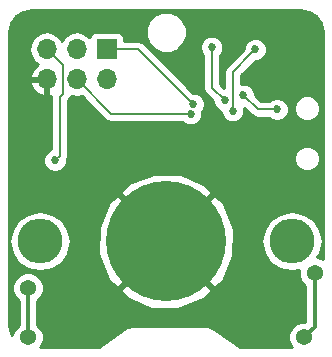
<source format=gbl>
G04 #@! TF.FileFunction,Copper,L2,Bot,Signal*
%FSLAX46Y46*%
G04 Gerber Fmt 4.6, Leading zero omitted, Abs format (unit mm)*
G04 Created by KiCad (PCBNEW 4.0.7) date 08/05/18 15:32:24*
%MOMM*%
%LPD*%
G01*
G04 APERTURE LIST*
%ADD10C,0.100000*%
%ADD11R,1.700000X1.700000*%
%ADD12O,1.700000X1.700000*%
%ADD13O,3.810000X3.810000*%
%ADD14C,10.160000*%
%ADD15C,1.371600*%
%ADD16C,0.685800*%
%ADD17C,0.304800*%
%ADD18C,0.152400*%
%ADD19C,0.254000*%
G04 APERTURE END LIST*
D10*
D11*
X155003500Y-108712000D03*
D12*
X155003500Y-111252000D03*
X152463500Y-108712000D03*
X152463500Y-111252000D03*
X149923500Y-108712000D03*
X149923500Y-111252000D03*
D13*
X149352000Y-124968000D03*
X170688000Y-124968000D03*
D14*
X160020000Y-124968000D03*
D15*
X172593000Y-127635000D03*
X171704000Y-133096000D03*
X148336000Y-133096000D03*
X148336000Y-128905000D03*
D16*
X162303688Y-113342909D03*
X162119411Y-114160613D03*
X150622000Y-118110000D03*
X163893500Y-108521500D03*
X164973000Y-113030000D03*
X167576500Y-108712000D03*
X165671500Y-113919000D03*
X166560500Y-112585500D03*
X169418000Y-113792000D03*
D17*
X171704000Y-133096000D02*
X172593000Y-132207000D01*
X172593000Y-132207000D02*
X172593000Y-127635000D01*
X148336000Y-128905000D02*
X148336000Y-133096000D01*
D18*
X161960789Y-113000010D02*
X162303688Y-113342909D01*
X155003500Y-108712000D02*
X157672779Y-108712000D01*
X157672779Y-108712000D02*
X161960789Y-113000010D01*
X161634478Y-114160613D02*
X162119411Y-114160613D01*
X155372113Y-114160613D02*
X161634478Y-114160613D01*
X152463500Y-111252000D02*
X155372113Y-114160613D01*
X150622000Y-118110000D02*
X151002101Y-117729899D01*
X151002101Y-117729899D02*
X151002101Y-112776899D01*
X151002101Y-112776899D02*
X151257000Y-112522000D01*
X151257000Y-112522000D02*
X151257000Y-110045500D01*
X151257000Y-110045500D02*
X149923500Y-108712000D01*
X164973000Y-113030000D02*
X163893500Y-111950500D01*
X163893500Y-111950500D02*
X163893500Y-108521500D01*
X167233601Y-109054899D02*
X167576500Y-108712000D01*
X165671500Y-110617000D02*
X167233601Y-109054899D01*
X165671500Y-113919000D02*
X165671500Y-110617000D01*
X167767000Y-113792000D02*
X166560500Y-112585500D01*
X169418000Y-113792000D02*
X167767000Y-113792000D01*
D19*
G36*
X172144989Y-105510152D02*
X172734170Y-105903830D01*
X173127848Y-106493011D01*
X173280000Y-107257931D01*
X173280000Y-126490126D01*
X172856876Y-126314430D01*
X172834254Y-126314410D01*
X173084416Y-125940016D01*
X173277762Y-124968000D01*
X173084416Y-123995984D01*
X172533813Y-123171949D01*
X171709778Y-122621346D01*
X170737762Y-122428000D01*
X170638238Y-122428000D01*
X169666222Y-122621346D01*
X168842187Y-123171949D01*
X168291584Y-123995984D01*
X168098238Y-124968000D01*
X168291584Y-125940016D01*
X168842187Y-126764051D01*
X169666222Y-127314654D01*
X170638238Y-127508000D01*
X170737762Y-127508000D01*
X171272403Y-127401653D01*
X171271971Y-127896571D01*
X171472627Y-128382196D01*
X171805600Y-128715750D01*
X171805600Y-131775288D01*
X171442429Y-131774971D01*
X170956804Y-131975627D01*
X170584933Y-132346850D01*
X170383430Y-132832124D01*
X170382971Y-133357571D01*
X170583627Y-133843196D01*
X170650315Y-133910000D01*
X166312929Y-133910000D01*
X166251514Y-133897784D01*
X166243413Y-133893166D01*
X164112445Y-132388953D01*
X164080788Y-132374880D01*
X164054615Y-132352180D01*
X163916619Y-132273516D01*
X163808661Y-132237530D01*
X163703517Y-132193978D01*
X163460513Y-132145642D01*
X163390584Y-132145642D01*
X163322000Y-132132000D01*
X157226000Y-132132000D01*
X157181974Y-132140757D01*
X157137197Y-132137575D01*
X156979603Y-132157442D01*
X156871636Y-132193431D01*
X156761404Y-132221672D01*
X156537998Y-132328805D01*
X156490177Y-132364671D01*
X156435555Y-132388953D01*
X154325252Y-133878578D01*
X154259728Y-133910000D01*
X149390104Y-133910000D01*
X149455067Y-133845150D01*
X149656570Y-133359876D01*
X149657029Y-132834429D01*
X149456373Y-132348804D01*
X149123400Y-132015250D01*
X149123400Y-129985239D01*
X149455067Y-129654150D01*
X149656570Y-129168876D01*
X149656660Y-129064828D01*
X156102777Y-129064828D01*
X156698556Y-129755641D01*
X158783537Y-130662265D01*
X161056758Y-130701989D01*
X163172142Y-129868765D01*
X163341444Y-129755641D01*
X163937223Y-129064828D01*
X160020000Y-125147605D01*
X156102777Y-129064828D01*
X149656660Y-129064828D01*
X149657029Y-128643429D01*
X149456373Y-128157804D01*
X149085150Y-127785933D01*
X148599876Y-127584430D01*
X148074429Y-127583971D01*
X147588804Y-127784627D01*
X147216933Y-128155850D01*
X147015430Y-128641124D01*
X147014971Y-129166571D01*
X147215627Y-129652196D01*
X147548600Y-129985750D01*
X147548600Y-132015761D01*
X147216933Y-132346850D01*
X147015430Y-132832124D01*
X147015345Y-132929428D01*
X146912152Y-132774989D01*
X146760000Y-132010069D01*
X146760000Y-124968000D01*
X146762238Y-124968000D01*
X146955584Y-125940016D01*
X147506187Y-126764051D01*
X148330222Y-127314654D01*
X149302238Y-127508000D01*
X149401762Y-127508000D01*
X150373778Y-127314654D01*
X151197813Y-126764051D01*
X151705156Y-126004758D01*
X154286011Y-126004758D01*
X155119235Y-128120142D01*
X155232359Y-128289444D01*
X155923172Y-128885223D01*
X159840395Y-124968000D01*
X160199605Y-124968000D01*
X164116828Y-128885223D01*
X164807641Y-128289444D01*
X165714265Y-126204463D01*
X165753989Y-123931242D01*
X164920765Y-121815858D01*
X164807641Y-121646556D01*
X164116828Y-121050777D01*
X160199605Y-124968000D01*
X159840395Y-124968000D01*
X155923172Y-121050777D01*
X155232359Y-121646556D01*
X154325735Y-123731537D01*
X154286011Y-126004758D01*
X151705156Y-126004758D01*
X151748416Y-125940016D01*
X151941762Y-124968000D01*
X151748416Y-123995984D01*
X151197813Y-123171949D01*
X150373778Y-122621346D01*
X149401762Y-122428000D01*
X149302238Y-122428000D01*
X148330222Y-122621346D01*
X147506187Y-123171949D01*
X146955584Y-123995984D01*
X146762238Y-124968000D01*
X146760000Y-124968000D01*
X146760000Y-120871172D01*
X156102777Y-120871172D01*
X160020000Y-124788395D01*
X163937223Y-120871172D01*
X163341444Y-120180359D01*
X161256463Y-119273735D01*
X158983242Y-119234011D01*
X156867858Y-120067235D01*
X156698556Y-120180359D01*
X156102777Y-120871172D01*
X146760000Y-120871172D01*
X146760000Y-111608892D01*
X148482014Y-111608892D01*
X148728317Y-112133358D01*
X149156576Y-112523645D01*
X149566610Y-112693476D01*
X149796500Y-112572155D01*
X149796500Y-111379000D01*
X148602681Y-111379000D01*
X148482014Y-111608892D01*
X146760000Y-111608892D01*
X146760000Y-108682907D01*
X148438500Y-108682907D01*
X148438500Y-108741093D01*
X148551539Y-109309378D01*
X148873446Y-109791147D01*
X149156601Y-109980345D01*
X149156576Y-109980355D01*
X148728317Y-110370642D01*
X148482014Y-110895108D01*
X148602681Y-111125000D01*
X149796500Y-111125000D01*
X149796500Y-111105000D01*
X150050500Y-111105000D01*
X150050500Y-111125000D01*
X150070500Y-111125000D01*
X150070500Y-111379000D01*
X150050500Y-111379000D01*
X150050500Y-112572155D01*
X150280390Y-112693476D01*
X150309929Y-112681242D01*
X150290901Y-112776899D01*
X150290901Y-117188718D01*
X150068788Y-117280493D01*
X149793460Y-117555341D01*
X149644270Y-117914630D01*
X149643931Y-118303663D01*
X149792493Y-118663212D01*
X150067341Y-118938540D01*
X150426630Y-119087730D01*
X150815663Y-119088069D01*
X151175212Y-118939507D01*
X151450540Y-118664659D01*
X151599730Y-118305370D01*
X151599853Y-118163873D01*
X170872812Y-118163873D01*
X171037646Y-118562800D01*
X171342595Y-118868282D01*
X171741233Y-119033811D01*
X172172873Y-119034188D01*
X172571800Y-118869354D01*
X172877282Y-118564405D01*
X173042811Y-118165767D01*
X173043188Y-117734127D01*
X172878354Y-117335200D01*
X172573405Y-117029718D01*
X172174767Y-116864189D01*
X171743127Y-116863812D01*
X171344200Y-117028646D01*
X171038718Y-117333595D01*
X170873189Y-117732233D01*
X170872812Y-118163873D01*
X151599853Y-118163873D01*
X151599917Y-118090733D01*
X151659164Y-118002064D01*
X151713301Y-117729899D01*
X151713301Y-113071488D01*
X151759895Y-113024894D01*
X151914063Y-112794164D01*
X151940346Y-112662031D01*
X152463500Y-112766093D01*
X152887472Y-112681760D01*
X154869219Y-114663507D01*
X155099948Y-114817676D01*
X155372113Y-114871813D01*
X161447617Y-114871813D01*
X161564752Y-114989153D01*
X161924041Y-115138343D01*
X162313074Y-115138682D01*
X162672623Y-114990120D01*
X162947951Y-114715272D01*
X163097141Y-114355983D01*
X163097480Y-113966950D01*
X163087331Y-113942387D01*
X163132228Y-113897568D01*
X163281418Y-113538279D01*
X163281757Y-113149246D01*
X163133195Y-112789697D01*
X162858347Y-112514369D01*
X162499058Y-112365179D01*
X162331600Y-112365033D01*
X158175673Y-108209106D01*
X157944944Y-108054937D01*
X157672779Y-108000800D01*
X156500940Y-108000800D01*
X156500940Y-107862000D01*
X156456662Y-107626683D01*
X156436339Y-107595099D01*
X158284699Y-107595099D01*
X158548281Y-108233015D01*
X159035918Y-108721504D01*
X159673373Y-108986199D01*
X160363599Y-108986801D01*
X161001515Y-108723219D01*
X161009585Y-108715163D01*
X162915431Y-108715163D01*
X163063993Y-109074712D01*
X163182300Y-109193226D01*
X163182300Y-111950500D01*
X163236437Y-112222665D01*
X163390606Y-112453394D01*
X163995075Y-113057864D01*
X163994931Y-113223663D01*
X164143493Y-113583212D01*
X164418341Y-113858540D01*
X164693553Y-113972818D01*
X164693431Y-114112663D01*
X164841993Y-114472212D01*
X165116841Y-114747540D01*
X165476130Y-114896730D01*
X165865163Y-114897069D01*
X166224712Y-114748507D01*
X166500040Y-114473659D01*
X166649230Y-114114370D01*
X166649569Y-113725337D01*
X166617898Y-113648686D01*
X167264106Y-114294895D01*
X167494836Y-114449063D01*
X167767000Y-114503200D01*
X168746206Y-114503200D01*
X168863341Y-114620540D01*
X169222630Y-114769730D01*
X169611663Y-114770069D01*
X169971212Y-114621507D01*
X170246540Y-114346659D01*
X170395730Y-113987370D01*
X170395794Y-113913873D01*
X170872812Y-113913873D01*
X171037646Y-114312800D01*
X171342595Y-114618282D01*
X171741233Y-114783811D01*
X172172873Y-114784188D01*
X172571800Y-114619354D01*
X172877282Y-114314405D01*
X173042811Y-113915767D01*
X173043188Y-113484127D01*
X172878354Y-113085200D01*
X172573405Y-112779718D01*
X172174767Y-112614189D01*
X171743127Y-112613812D01*
X171344200Y-112778646D01*
X171038718Y-113083595D01*
X170873189Y-113482233D01*
X170872812Y-113913873D01*
X170395794Y-113913873D01*
X170396069Y-113598337D01*
X170247507Y-113238788D01*
X169972659Y-112963460D01*
X169613370Y-112814270D01*
X169224337Y-112813931D01*
X168864788Y-112962493D01*
X168746274Y-113080800D01*
X168061589Y-113080800D01*
X167538425Y-112557636D01*
X167538569Y-112391837D01*
X167390007Y-112032288D01*
X167115159Y-111756960D01*
X166755870Y-111607770D01*
X166382700Y-111607445D01*
X166382700Y-110911588D01*
X167604364Y-109689925D01*
X167770163Y-109690069D01*
X168129712Y-109541507D01*
X168405040Y-109266659D01*
X168554230Y-108907370D01*
X168554569Y-108518337D01*
X168406007Y-108158788D01*
X168131159Y-107883460D01*
X167771870Y-107734270D01*
X167382837Y-107733931D01*
X167023288Y-107882493D01*
X166747960Y-108157341D01*
X166598770Y-108516630D01*
X166598624Y-108684087D01*
X165168606Y-110114106D01*
X165014437Y-110344835D01*
X165014437Y-110344836D01*
X164960300Y-110617000D01*
X164960300Y-112011511D01*
X164604700Y-111655912D01*
X164604700Y-109193294D01*
X164722040Y-109076159D01*
X164871230Y-108716870D01*
X164871569Y-108327837D01*
X164723007Y-107968288D01*
X164448159Y-107692960D01*
X164088870Y-107543770D01*
X163699837Y-107543431D01*
X163340288Y-107691993D01*
X163064960Y-107966841D01*
X162915770Y-108326130D01*
X162915431Y-108715163D01*
X161009585Y-108715163D01*
X161490004Y-108235582D01*
X161754699Y-107598127D01*
X161755301Y-106907901D01*
X161491719Y-106269985D01*
X161004082Y-105781496D01*
X160366627Y-105516801D01*
X159676401Y-105516199D01*
X159038485Y-105779781D01*
X158549996Y-106267418D01*
X158285301Y-106904873D01*
X158284699Y-107595099D01*
X156436339Y-107595099D01*
X156317590Y-107410559D01*
X156105390Y-107265569D01*
X155853500Y-107214560D01*
X154153500Y-107214560D01*
X153918183Y-107258838D01*
X153702059Y-107397910D01*
X153557069Y-107610110D01*
X153543414Y-107677541D01*
X153513554Y-107632853D01*
X153031785Y-107310946D01*
X152463500Y-107197907D01*
X151895215Y-107310946D01*
X151413446Y-107632853D01*
X151193500Y-107962026D01*
X150973554Y-107632853D01*
X150491785Y-107310946D01*
X149923500Y-107197907D01*
X149355215Y-107310946D01*
X148873446Y-107632853D01*
X148551539Y-108114622D01*
X148438500Y-108682907D01*
X146760000Y-108682907D01*
X146760000Y-107257931D01*
X146912152Y-106493011D01*
X147305830Y-105903830D01*
X147895011Y-105510152D01*
X148659931Y-105358000D01*
X171380069Y-105358000D01*
X172144989Y-105510152D01*
X172144989Y-105510152D01*
G37*
X172144989Y-105510152D02*
X172734170Y-105903830D01*
X173127848Y-106493011D01*
X173280000Y-107257931D01*
X173280000Y-126490126D01*
X172856876Y-126314430D01*
X172834254Y-126314410D01*
X173084416Y-125940016D01*
X173277762Y-124968000D01*
X173084416Y-123995984D01*
X172533813Y-123171949D01*
X171709778Y-122621346D01*
X170737762Y-122428000D01*
X170638238Y-122428000D01*
X169666222Y-122621346D01*
X168842187Y-123171949D01*
X168291584Y-123995984D01*
X168098238Y-124968000D01*
X168291584Y-125940016D01*
X168842187Y-126764051D01*
X169666222Y-127314654D01*
X170638238Y-127508000D01*
X170737762Y-127508000D01*
X171272403Y-127401653D01*
X171271971Y-127896571D01*
X171472627Y-128382196D01*
X171805600Y-128715750D01*
X171805600Y-131775288D01*
X171442429Y-131774971D01*
X170956804Y-131975627D01*
X170584933Y-132346850D01*
X170383430Y-132832124D01*
X170382971Y-133357571D01*
X170583627Y-133843196D01*
X170650315Y-133910000D01*
X166312929Y-133910000D01*
X166251514Y-133897784D01*
X166243413Y-133893166D01*
X164112445Y-132388953D01*
X164080788Y-132374880D01*
X164054615Y-132352180D01*
X163916619Y-132273516D01*
X163808661Y-132237530D01*
X163703517Y-132193978D01*
X163460513Y-132145642D01*
X163390584Y-132145642D01*
X163322000Y-132132000D01*
X157226000Y-132132000D01*
X157181974Y-132140757D01*
X157137197Y-132137575D01*
X156979603Y-132157442D01*
X156871636Y-132193431D01*
X156761404Y-132221672D01*
X156537998Y-132328805D01*
X156490177Y-132364671D01*
X156435555Y-132388953D01*
X154325252Y-133878578D01*
X154259728Y-133910000D01*
X149390104Y-133910000D01*
X149455067Y-133845150D01*
X149656570Y-133359876D01*
X149657029Y-132834429D01*
X149456373Y-132348804D01*
X149123400Y-132015250D01*
X149123400Y-129985239D01*
X149455067Y-129654150D01*
X149656570Y-129168876D01*
X149656660Y-129064828D01*
X156102777Y-129064828D01*
X156698556Y-129755641D01*
X158783537Y-130662265D01*
X161056758Y-130701989D01*
X163172142Y-129868765D01*
X163341444Y-129755641D01*
X163937223Y-129064828D01*
X160020000Y-125147605D01*
X156102777Y-129064828D01*
X149656660Y-129064828D01*
X149657029Y-128643429D01*
X149456373Y-128157804D01*
X149085150Y-127785933D01*
X148599876Y-127584430D01*
X148074429Y-127583971D01*
X147588804Y-127784627D01*
X147216933Y-128155850D01*
X147015430Y-128641124D01*
X147014971Y-129166571D01*
X147215627Y-129652196D01*
X147548600Y-129985750D01*
X147548600Y-132015761D01*
X147216933Y-132346850D01*
X147015430Y-132832124D01*
X147015345Y-132929428D01*
X146912152Y-132774989D01*
X146760000Y-132010069D01*
X146760000Y-124968000D01*
X146762238Y-124968000D01*
X146955584Y-125940016D01*
X147506187Y-126764051D01*
X148330222Y-127314654D01*
X149302238Y-127508000D01*
X149401762Y-127508000D01*
X150373778Y-127314654D01*
X151197813Y-126764051D01*
X151705156Y-126004758D01*
X154286011Y-126004758D01*
X155119235Y-128120142D01*
X155232359Y-128289444D01*
X155923172Y-128885223D01*
X159840395Y-124968000D01*
X160199605Y-124968000D01*
X164116828Y-128885223D01*
X164807641Y-128289444D01*
X165714265Y-126204463D01*
X165753989Y-123931242D01*
X164920765Y-121815858D01*
X164807641Y-121646556D01*
X164116828Y-121050777D01*
X160199605Y-124968000D01*
X159840395Y-124968000D01*
X155923172Y-121050777D01*
X155232359Y-121646556D01*
X154325735Y-123731537D01*
X154286011Y-126004758D01*
X151705156Y-126004758D01*
X151748416Y-125940016D01*
X151941762Y-124968000D01*
X151748416Y-123995984D01*
X151197813Y-123171949D01*
X150373778Y-122621346D01*
X149401762Y-122428000D01*
X149302238Y-122428000D01*
X148330222Y-122621346D01*
X147506187Y-123171949D01*
X146955584Y-123995984D01*
X146762238Y-124968000D01*
X146760000Y-124968000D01*
X146760000Y-120871172D01*
X156102777Y-120871172D01*
X160020000Y-124788395D01*
X163937223Y-120871172D01*
X163341444Y-120180359D01*
X161256463Y-119273735D01*
X158983242Y-119234011D01*
X156867858Y-120067235D01*
X156698556Y-120180359D01*
X156102777Y-120871172D01*
X146760000Y-120871172D01*
X146760000Y-111608892D01*
X148482014Y-111608892D01*
X148728317Y-112133358D01*
X149156576Y-112523645D01*
X149566610Y-112693476D01*
X149796500Y-112572155D01*
X149796500Y-111379000D01*
X148602681Y-111379000D01*
X148482014Y-111608892D01*
X146760000Y-111608892D01*
X146760000Y-108682907D01*
X148438500Y-108682907D01*
X148438500Y-108741093D01*
X148551539Y-109309378D01*
X148873446Y-109791147D01*
X149156601Y-109980345D01*
X149156576Y-109980355D01*
X148728317Y-110370642D01*
X148482014Y-110895108D01*
X148602681Y-111125000D01*
X149796500Y-111125000D01*
X149796500Y-111105000D01*
X150050500Y-111105000D01*
X150050500Y-111125000D01*
X150070500Y-111125000D01*
X150070500Y-111379000D01*
X150050500Y-111379000D01*
X150050500Y-112572155D01*
X150280390Y-112693476D01*
X150309929Y-112681242D01*
X150290901Y-112776899D01*
X150290901Y-117188718D01*
X150068788Y-117280493D01*
X149793460Y-117555341D01*
X149644270Y-117914630D01*
X149643931Y-118303663D01*
X149792493Y-118663212D01*
X150067341Y-118938540D01*
X150426630Y-119087730D01*
X150815663Y-119088069D01*
X151175212Y-118939507D01*
X151450540Y-118664659D01*
X151599730Y-118305370D01*
X151599853Y-118163873D01*
X170872812Y-118163873D01*
X171037646Y-118562800D01*
X171342595Y-118868282D01*
X171741233Y-119033811D01*
X172172873Y-119034188D01*
X172571800Y-118869354D01*
X172877282Y-118564405D01*
X173042811Y-118165767D01*
X173043188Y-117734127D01*
X172878354Y-117335200D01*
X172573405Y-117029718D01*
X172174767Y-116864189D01*
X171743127Y-116863812D01*
X171344200Y-117028646D01*
X171038718Y-117333595D01*
X170873189Y-117732233D01*
X170872812Y-118163873D01*
X151599853Y-118163873D01*
X151599917Y-118090733D01*
X151659164Y-118002064D01*
X151713301Y-117729899D01*
X151713301Y-113071488D01*
X151759895Y-113024894D01*
X151914063Y-112794164D01*
X151940346Y-112662031D01*
X152463500Y-112766093D01*
X152887472Y-112681760D01*
X154869219Y-114663507D01*
X155099948Y-114817676D01*
X155372113Y-114871813D01*
X161447617Y-114871813D01*
X161564752Y-114989153D01*
X161924041Y-115138343D01*
X162313074Y-115138682D01*
X162672623Y-114990120D01*
X162947951Y-114715272D01*
X163097141Y-114355983D01*
X163097480Y-113966950D01*
X163087331Y-113942387D01*
X163132228Y-113897568D01*
X163281418Y-113538279D01*
X163281757Y-113149246D01*
X163133195Y-112789697D01*
X162858347Y-112514369D01*
X162499058Y-112365179D01*
X162331600Y-112365033D01*
X158175673Y-108209106D01*
X157944944Y-108054937D01*
X157672779Y-108000800D01*
X156500940Y-108000800D01*
X156500940Y-107862000D01*
X156456662Y-107626683D01*
X156436339Y-107595099D01*
X158284699Y-107595099D01*
X158548281Y-108233015D01*
X159035918Y-108721504D01*
X159673373Y-108986199D01*
X160363599Y-108986801D01*
X161001515Y-108723219D01*
X161009585Y-108715163D01*
X162915431Y-108715163D01*
X163063993Y-109074712D01*
X163182300Y-109193226D01*
X163182300Y-111950500D01*
X163236437Y-112222665D01*
X163390606Y-112453394D01*
X163995075Y-113057864D01*
X163994931Y-113223663D01*
X164143493Y-113583212D01*
X164418341Y-113858540D01*
X164693553Y-113972818D01*
X164693431Y-114112663D01*
X164841993Y-114472212D01*
X165116841Y-114747540D01*
X165476130Y-114896730D01*
X165865163Y-114897069D01*
X166224712Y-114748507D01*
X166500040Y-114473659D01*
X166649230Y-114114370D01*
X166649569Y-113725337D01*
X166617898Y-113648686D01*
X167264106Y-114294895D01*
X167494836Y-114449063D01*
X167767000Y-114503200D01*
X168746206Y-114503200D01*
X168863341Y-114620540D01*
X169222630Y-114769730D01*
X169611663Y-114770069D01*
X169971212Y-114621507D01*
X170246540Y-114346659D01*
X170395730Y-113987370D01*
X170395794Y-113913873D01*
X170872812Y-113913873D01*
X171037646Y-114312800D01*
X171342595Y-114618282D01*
X171741233Y-114783811D01*
X172172873Y-114784188D01*
X172571800Y-114619354D01*
X172877282Y-114314405D01*
X173042811Y-113915767D01*
X173043188Y-113484127D01*
X172878354Y-113085200D01*
X172573405Y-112779718D01*
X172174767Y-112614189D01*
X171743127Y-112613812D01*
X171344200Y-112778646D01*
X171038718Y-113083595D01*
X170873189Y-113482233D01*
X170872812Y-113913873D01*
X170395794Y-113913873D01*
X170396069Y-113598337D01*
X170247507Y-113238788D01*
X169972659Y-112963460D01*
X169613370Y-112814270D01*
X169224337Y-112813931D01*
X168864788Y-112962493D01*
X168746274Y-113080800D01*
X168061589Y-113080800D01*
X167538425Y-112557636D01*
X167538569Y-112391837D01*
X167390007Y-112032288D01*
X167115159Y-111756960D01*
X166755870Y-111607770D01*
X166382700Y-111607445D01*
X166382700Y-110911588D01*
X167604364Y-109689925D01*
X167770163Y-109690069D01*
X168129712Y-109541507D01*
X168405040Y-109266659D01*
X168554230Y-108907370D01*
X168554569Y-108518337D01*
X168406007Y-108158788D01*
X168131159Y-107883460D01*
X167771870Y-107734270D01*
X167382837Y-107733931D01*
X167023288Y-107882493D01*
X166747960Y-108157341D01*
X166598770Y-108516630D01*
X166598624Y-108684087D01*
X165168606Y-110114106D01*
X165014437Y-110344835D01*
X165014437Y-110344836D01*
X164960300Y-110617000D01*
X164960300Y-112011511D01*
X164604700Y-111655912D01*
X164604700Y-109193294D01*
X164722040Y-109076159D01*
X164871230Y-108716870D01*
X164871569Y-108327837D01*
X164723007Y-107968288D01*
X164448159Y-107692960D01*
X164088870Y-107543770D01*
X163699837Y-107543431D01*
X163340288Y-107691993D01*
X163064960Y-107966841D01*
X162915770Y-108326130D01*
X162915431Y-108715163D01*
X161009585Y-108715163D01*
X161490004Y-108235582D01*
X161754699Y-107598127D01*
X161755301Y-106907901D01*
X161491719Y-106269985D01*
X161004082Y-105781496D01*
X160366627Y-105516801D01*
X159676401Y-105516199D01*
X159038485Y-105779781D01*
X158549996Y-106267418D01*
X158285301Y-106904873D01*
X158284699Y-107595099D01*
X156436339Y-107595099D01*
X156317590Y-107410559D01*
X156105390Y-107265569D01*
X155853500Y-107214560D01*
X154153500Y-107214560D01*
X153918183Y-107258838D01*
X153702059Y-107397910D01*
X153557069Y-107610110D01*
X153543414Y-107677541D01*
X153513554Y-107632853D01*
X153031785Y-107310946D01*
X152463500Y-107197907D01*
X151895215Y-107310946D01*
X151413446Y-107632853D01*
X151193500Y-107962026D01*
X150973554Y-107632853D01*
X150491785Y-107310946D01*
X149923500Y-107197907D01*
X149355215Y-107310946D01*
X148873446Y-107632853D01*
X148551539Y-108114622D01*
X148438500Y-108682907D01*
X146760000Y-108682907D01*
X146760000Y-107257931D01*
X146912152Y-106493011D01*
X147305830Y-105903830D01*
X147895011Y-105510152D01*
X148659931Y-105358000D01*
X171380069Y-105358000D01*
X172144989Y-105510152D01*
M02*

</source>
